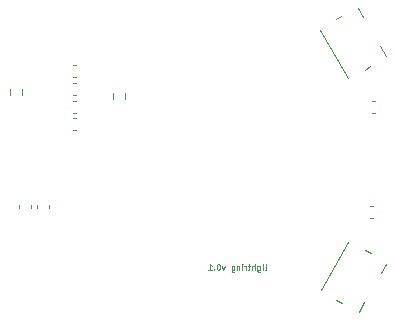
<source format=gbr>
%TF.GenerationSoftware,KiCad,Pcbnew,5.1.8-1.fc33*%
%TF.CreationDate,2020-12-06T10:48:02+01:00*%
%TF.ProjectId,lightring,6c696768-7472-4696-9e67-2e6b69636164,rev?*%
%TF.SameCoordinates,Original*%
%TF.FileFunction,Legend,Bot*%
%TF.FilePolarity,Positive*%
%FSLAX46Y46*%
G04 Gerber Fmt 4.6, Leading zero omitted, Abs format (unit mm)*
G04 Created by KiCad (PCBNEW 5.1.8-1.fc33) date 2020-12-06 10:48:02*
%MOMM*%
%LPD*%
G01*
G04 APERTURE LIST*
%ADD10C,0.100000*%
%ADD11C,0.120000*%
G04 APERTURE END LIST*
D10*
X179857142Y-89326190D02*
X179904761Y-89302380D01*
X179928571Y-89254761D01*
X179928571Y-88826190D01*
X179666666Y-89326190D02*
X179666666Y-88992857D01*
X179666666Y-88826190D02*
X179690476Y-88850000D01*
X179666666Y-88873809D01*
X179642857Y-88850000D01*
X179666666Y-88826190D01*
X179666666Y-88873809D01*
X179214285Y-88992857D02*
X179214285Y-89397619D01*
X179238095Y-89445238D01*
X179261904Y-89469047D01*
X179309523Y-89492857D01*
X179380952Y-89492857D01*
X179428571Y-89469047D01*
X179214285Y-89302380D02*
X179261904Y-89326190D01*
X179357142Y-89326190D01*
X179404761Y-89302380D01*
X179428571Y-89278571D01*
X179452380Y-89230952D01*
X179452380Y-89088095D01*
X179428571Y-89040476D01*
X179404761Y-89016666D01*
X179357142Y-88992857D01*
X179261904Y-88992857D01*
X179214285Y-89016666D01*
X178976190Y-89326190D02*
X178976190Y-88826190D01*
X178761904Y-89326190D02*
X178761904Y-89064285D01*
X178785714Y-89016666D01*
X178833333Y-88992857D01*
X178904761Y-88992857D01*
X178952380Y-89016666D01*
X178976190Y-89040476D01*
X178595238Y-88992857D02*
X178404761Y-88992857D01*
X178523809Y-88826190D02*
X178523809Y-89254761D01*
X178500000Y-89302380D01*
X178452380Y-89326190D01*
X178404761Y-89326190D01*
X178238095Y-89326190D02*
X178238095Y-88992857D01*
X178238095Y-89088095D02*
X178214285Y-89040476D01*
X178190476Y-89016666D01*
X178142857Y-88992857D01*
X178095238Y-88992857D01*
X177928571Y-89326190D02*
X177928571Y-88992857D01*
X177928571Y-88826190D02*
X177952380Y-88850000D01*
X177928571Y-88873809D01*
X177904761Y-88850000D01*
X177928571Y-88826190D01*
X177928571Y-88873809D01*
X177690476Y-88992857D02*
X177690476Y-89326190D01*
X177690476Y-89040476D02*
X177666666Y-89016666D01*
X177619047Y-88992857D01*
X177547619Y-88992857D01*
X177500000Y-89016666D01*
X177476190Y-89064285D01*
X177476190Y-89326190D01*
X177023809Y-88992857D02*
X177023809Y-89397619D01*
X177047619Y-89445238D01*
X177071428Y-89469047D01*
X177119047Y-89492857D01*
X177190476Y-89492857D01*
X177238095Y-89469047D01*
X177023809Y-89302380D02*
X177071428Y-89326190D01*
X177166666Y-89326190D01*
X177214285Y-89302380D01*
X177238095Y-89278571D01*
X177261904Y-89230952D01*
X177261904Y-89088095D01*
X177238095Y-89040476D01*
X177214285Y-89016666D01*
X177166666Y-88992857D01*
X177071428Y-88992857D01*
X177023809Y-89016666D01*
X176452380Y-88992857D02*
X176333333Y-89326190D01*
X176214285Y-88992857D01*
X175928571Y-88826190D02*
X175880952Y-88826190D01*
X175833333Y-88850000D01*
X175809523Y-88873809D01*
X175785714Y-88921428D01*
X175761904Y-89016666D01*
X175761904Y-89135714D01*
X175785714Y-89230952D01*
X175809523Y-89278571D01*
X175833333Y-89302380D01*
X175880952Y-89326190D01*
X175928571Y-89326190D01*
X175976190Y-89302380D01*
X176000000Y-89278571D01*
X176023809Y-89230952D01*
X176047619Y-89135714D01*
X176047619Y-89016666D01*
X176023809Y-88921428D01*
X176000000Y-88873809D01*
X175976190Y-88850000D01*
X175928571Y-88826190D01*
X175547619Y-89278571D02*
X175523809Y-89302380D01*
X175547619Y-89326190D01*
X175571428Y-89302380D01*
X175547619Y-89278571D01*
X175547619Y-89326190D01*
X175047619Y-89326190D02*
X175333333Y-89326190D01*
X175190476Y-89326190D02*
X175190476Y-88826190D01*
X175238095Y-88897619D01*
X175285714Y-88945238D01*
X175333333Y-88969047D01*
D11*
%TO.C,R43*%
X168022500Y-74362742D02*
X168022500Y-74837258D01*
X166977500Y-74362742D02*
X166977500Y-74837258D01*
%TO.C,SW1*%
X187727147Y-67139840D02*
X188189647Y-67940914D01*
X184522853Y-68989840D02*
X186872853Y-73060160D01*
X188286843Y-72359262D02*
X188763157Y-72084262D01*
X185836843Y-68115738D02*
X186313157Y-67840738D01*
X189614647Y-70409086D02*
X190077147Y-71210160D01*
%TO.C,SW2*%
X188239647Y-92059086D02*
X187777147Y-92860160D01*
X188336843Y-87640738D02*
X188813157Y-87915738D01*
X185886843Y-91884262D02*
X186363157Y-92159262D01*
X186922853Y-86939840D02*
X184572853Y-91010160D01*
X190127147Y-88789840D02*
X189664647Y-89590914D01*
%TO.C,C1*%
X158990000Y-83809420D02*
X158990000Y-84090580D01*
X160010000Y-83809420D02*
X160010000Y-84090580D01*
%TO.C,C2*%
X163609420Y-74990000D02*
X163890580Y-74990000D01*
X163609420Y-76010000D02*
X163890580Y-76010000D01*
%TO.C,C3*%
X188909420Y-76010000D02*
X189190580Y-76010000D01*
X188909420Y-74990000D02*
X189190580Y-74990000D01*
%TO.C,C4*%
X188709420Y-83890000D02*
X188990580Y-83890000D01*
X188709420Y-84910000D02*
X188990580Y-84910000D01*
%TO.C,C5*%
X161560000Y-83809420D02*
X161560000Y-84090580D01*
X160540000Y-83809420D02*
X160540000Y-84090580D01*
%TO.C,C6*%
X163609420Y-77510000D02*
X163890580Y-77510000D01*
X163609420Y-76490000D02*
X163890580Y-76490000D01*
%TO.C,C7*%
X163609420Y-71990000D02*
X163890580Y-71990000D01*
X163609420Y-73010000D02*
X163890580Y-73010000D01*
%TO.C,C8*%
X163609420Y-74510000D02*
X163890580Y-74510000D01*
X163609420Y-73490000D02*
X163890580Y-73490000D01*
%TO.C,R44*%
X158277500Y-74037742D02*
X158277500Y-74512258D01*
X159322500Y-74037742D02*
X159322500Y-74512258D01*
%TD*%
M02*

</source>
